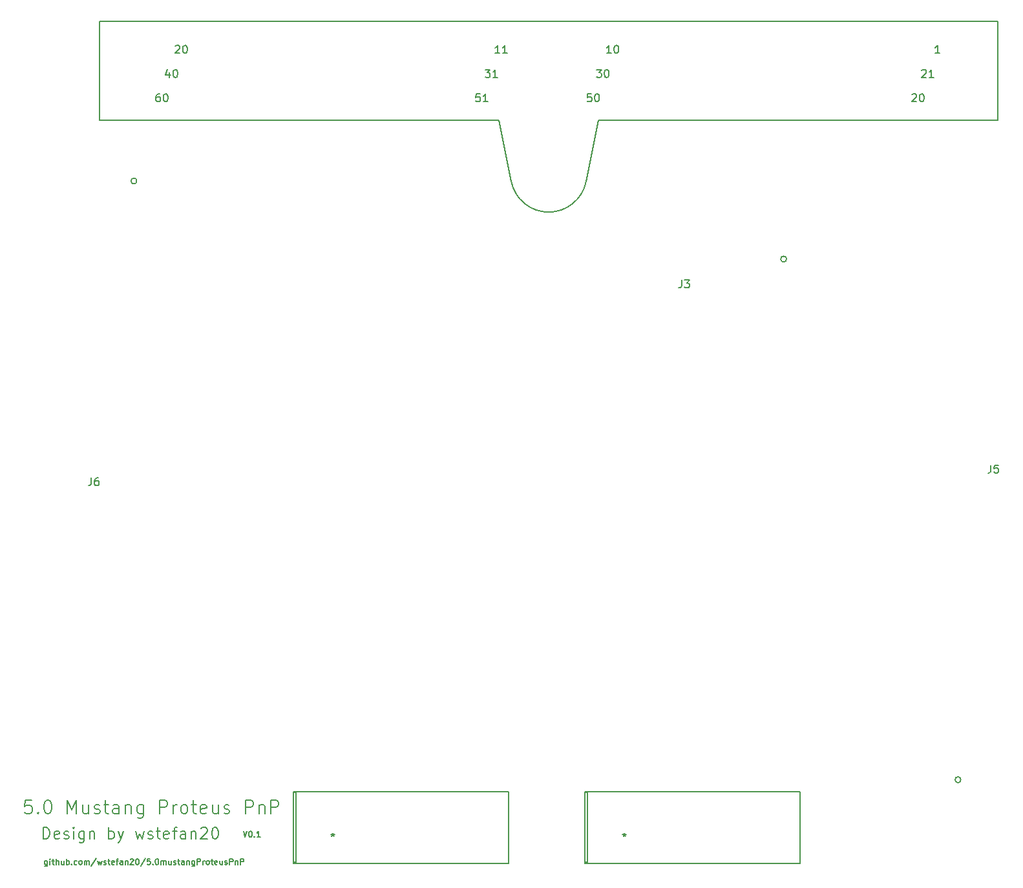
<source format=gto>
G04 #@! TF.GenerationSoftware,KiCad,Pcbnew,(5.1.8)-1*
G04 #@! TF.CreationDate,2021-01-08T09:55:17-06:00*
G04 #@! TF.ProjectId,5.0mustangProteusPnP,352e306d-7573-4746-916e-6750726f7465,R0.1*
G04 #@! TF.SameCoordinates,Original*
G04 #@! TF.FileFunction,Legend,Top*
G04 #@! TF.FilePolarity,Positive*
%FSLAX46Y46*%
G04 Gerber Fmt 4.6, Leading zero omitted, Abs format (unit mm)*
G04 Created by KiCad (PCBNEW (5.1.8)-1) date 2021-01-08 09:55:17*
%MOMM*%
%LPD*%
G01*
G04 APERTURE LIST*
%ADD10C,0.130000*%
%ADD11C,0.152400*%
%ADD12C,0.127000*%
%ADD13C,0.150000*%
G04 APERTURE END LIST*
D10*
X98391006Y-164421066D02*
X97557673Y-164421066D01*
X97474339Y-165254400D01*
X97557673Y-165171066D01*
X97724339Y-165087733D01*
X98141006Y-165087733D01*
X98307673Y-165171066D01*
X98391006Y-165254400D01*
X98474339Y-165421066D01*
X98474339Y-165837733D01*
X98391006Y-166004400D01*
X98307673Y-166087733D01*
X98141006Y-166171066D01*
X97724339Y-166171066D01*
X97557673Y-166087733D01*
X97474339Y-166004400D01*
X99224339Y-166004400D02*
X99307673Y-166087733D01*
X99224339Y-166171066D01*
X99141006Y-166087733D01*
X99224339Y-166004400D01*
X99224339Y-166171066D01*
X100391006Y-164421066D02*
X100557673Y-164421066D01*
X100724339Y-164504400D01*
X100807673Y-164587733D01*
X100891006Y-164754400D01*
X100974339Y-165087733D01*
X100974339Y-165504400D01*
X100891006Y-165837733D01*
X100807673Y-166004400D01*
X100724339Y-166087733D01*
X100557673Y-166171066D01*
X100391006Y-166171066D01*
X100224339Y-166087733D01*
X100141006Y-166004400D01*
X100057673Y-165837733D01*
X99974339Y-165504400D01*
X99974339Y-165087733D01*
X100057673Y-164754400D01*
X100141006Y-164587733D01*
X100224339Y-164504400D01*
X100391006Y-164421066D01*
X103057673Y-166171066D02*
X103057673Y-164421066D01*
X103641006Y-165671066D01*
X104224339Y-164421066D01*
X104224339Y-166171066D01*
X105807673Y-165004400D02*
X105807673Y-166171066D01*
X105057673Y-165004400D02*
X105057673Y-165921066D01*
X105141006Y-166087733D01*
X105307673Y-166171066D01*
X105557673Y-166171066D01*
X105724339Y-166087733D01*
X105807673Y-166004400D01*
X106557673Y-166087733D02*
X106724339Y-166171066D01*
X107057673Y-166171066D01*
X107224339Y-166087733D01*
X107307673Y-165921066D01*
X107307673Y-165837733D01*
X107224339Y-165671066D01*
X107057673Y-165587733D01*
X106807673Y-165587733D01*
X106641006Y-165504400D01*
X106557673Y-165337733D01*
X106557673Y-165254400D01*
X106641006Y-165087733D01*
X106807673Y-165004400D01*
X107057673Y-165004400D01*
X107224339Y-165087733D01*
X107807673Y-165004400D02*
X108474339Y-165004400D01*
X108057673Y-164421066D02*
X108057673Y-165921066D01*
X108141006Y-166087733D01*
X108307673Y-166171066D01*
X108474339Y-166171066D01*
X109807673Y-166171066D02*
X109807673Y-165254400D01*
X109724339Y-165087733D01*
X109557673Y-165004400D01*
X109224339Y-165004400D01*
X109057673Y-165087733D01*
X109807673Y-166087733D02*
X109641006Y-166171066D01*
X109224339Y-166171066D01*
X109057673Y-166087733D01*
X108974339Y-165921066D01*
X108974339Y-165754400D01*
X109057673Y-165587733D01*
X109224339Y-165504400D01*
X109641006Y-165504400D01*
X109807673Y-165421066D01*
X110641006Y-165004400D02*
X110641006Y-166171066D01*
X110641006Y-165171066D02*
X110724339Y-165087733D01*
X110891006Y-165004400D01*
X111141006Y-165004400D01*
X111307673Y-165087733D01*
X111391006Y-165254400D01*
X111391006Y-166171066D01*
X112974339Y-165004400D02*
X112974339Y-166421066D01*
X112891006Y-166587733D01*
X112807673Y-166671066D01*
X112641006Y-166754400D01*
X112391006Y-166754400D01*
X112224339Y-166671066D01*
X112974339Y-166087733D02*
X112807673Y-166171066D01*
X112474339Y-166171066D01*
X112307673Y-166087733D01*
X112224339Y-166004400D01*
X112141006Y-165837733D01*
X112141006Y-165337733D01*
X112224339Y-165171066D01*
X112307673Y-165087733D01*
X112474339Y-165004400D01*
X112807673Y-165004400D01*
X112974339Y-165087733D01*
X115141006Y-166171066D02*
X115141006Y-164421066D01*
X115807673Y-164421066D01*
X115974340Y-164504400D01*
X116057673Y-164587733D01*
X116141006Y-164754400D01*
X116141006Y-165004400D01*
X116057673Y-165171066D01*
X115974340Y-165254400D01*
X115807673Y-165337733D01*
X115141006Y-165337733D01*
X116891006Y-166171066D02*
X116891006Y-165004400D01*
X116891006Y-165337733D02*
X116974340Y-165171066D01*
X117057673Y-165087733D01*
X117224340Y-165004400D01*
X117391006Y-165004400D01*
X118224340Y-166171066D02*
X118057673Y-166087733D01*
X117974340Y-166004400D01*
X117891006Y-165837733D01*
X117891006Y-165337733D01*
X117974340Y-165171066D01*
X118057673Y-165087733D01*
X118224340Y-165004400D01*
X118474340Y-165004400D01*
X118641006Y-165087733D01*
X118724340Y-165171066D01*
X118807673Y-165337733D01*
X118807673Y-165837733D01*
X118724340Y-166004400D01*
X118641006Y-166087733D01*
X118474340Y-166171066D01*
X118224340Y-166171066D01*
X119307673Y-165004400D02*
X119974339Y-165004400D01*
X119557673Y-164421066D02*
X119557673Y-165921066D01*
X119641006Y-166087733D01*
X119807673Y-166171066D01*
X119974339Y-166171066D01*
X121224339Y-166087733D02*
X121057673Y-166171066D01*
X120724339Y-166171066D01*
X120557673Y-166087733D01*
X120474339Y-165921066D01*
X120474339Y-165254400D01*
X120557673Y-165087733D01*
X120724339Y-165004400D01*
X121057673Y-165004400D01*
X121224339Y-165087733D01*
X121307673Y-165254400D01*
X121307673Y-165421066D01*
X120474339Y-165587733D01*
X122807673Y-165004400D02*
X122807673Y-166171066D01*
X122057673Y-165004400D02*
X122057673Y-165921066D01*
X122141006Y-166087733D01*
X122307673Y-166171066D01*
X122557673Y-166171066D01*
X122724339Y-166087733D01*
X122807673Y-166004400D01*
X123557673Y-166087733D02*
X123724339Y-166171066D01*
X124057673Y-166171066D01*
X124224339Y-166087733D01*
X124307673Y-165921066D01*
X124307673Y-165837733D01*
X124224339Y-165671066D01*
X124057673Y-165587733D01*
X123807673Y-165587733D01*
X123641006Y-165504400D01*
X123557673Y-165337733D01*
X123557673Y-165254400D01*
X123641006Y-165087733D01*
X123807673Y-165004400D01*
X124057673Y-165004400D01*
X124224339Y-165087733D01*
X126391006Y-166171066D02*
X126391006Y-164421066D01*
X127057673Y-164421066D01*
X127224339Y-164504400D01*
X127307673Y-164587733D01*
X127391006Y-164754400D01*
X127391006Y-165004400D01*
X127307673Y-165171066D01*
X127224339Y-165254400D01*
X127057673Y-165337733D01*
X126391006Y-165337733D01*
X128141006Y-165004400D02*
X128141006Y-166171066D01*
X128141006Y-165171066D02*
X128224339Y-165087733D01*
X128391006Y-165004400D01*
X128641006Y-165004400D01*
X128807673Y-165087733D01*
X128891006Y-165254400D01*
X128891006Y-166171066D01*
X129724339Y-166171066D02*
X129724339Y-164421066D01*
X130391006Y-164421066D01*
X130557673Y-164504400D01*
X130641006Y-164587733D01*
X130724339Y-164754400D01*
X130724339Y-165004400D01*
X130641006Y-165171066D01*
X130557673Y-165254400D01*
X130391006Y-165337733D01*
X129724339Y-165337733D01*
X126095902Y-168461185D02*
X126345902Y-169211185D01*
X126595902Y-168461185D01*
X126988760Y-168461185D02*
X127060188Y-168461185D01*
X127131617Y-168496900D01*
X127167331Y-168532614D01*
X127203045Y-168604042D01*
X127238760Y-168746900D01*
X127238760Y-168925471D01*
X127203045Y-169068328D01*
X127167331Y-169139757D01*
X127131617Y-169175471D01*
X127060188Y-169211185D01*
X126988760Y-169211185D01*
X126917331Y-169175471D01*
X126881617Y-169139757D01*
X126845902Y-169068328D01*
X126810188Y-168925471D01*
X126810188Y-168746900D01*
X126845902Y-168604042D01*
X126881617Y-168532614D01*
X126917331Y-168496900D01*
X126988760Y-168461185D01*
X127560188Y-169139757D02*
X127595902Y-169175471D01*
X127560188Y-169211185D01*
X127524474Y-169175471D01*
X127560188Y-169139757D01*
X127560188Y-169211185D01*
X128310188Y-169211185D02*
X127881617Y-169211185D01*
X128095902Y-169211185D02*
X128095902Y-168461185D01*
X128024474Y-168568328D01*
X127953045Y-168639757D01*
X127881617Y-168675471D01*
X100419931Y-172312905D02*
X100419931Y-172920048D01*
X100384217Y-172991477D01*
X100348502Y-173027191D01*
X100277074Y-173062905D01*
X100169931Y-173062905D01*
X100098502Y-173027191D01*
X100419931Y-172777191D02*
X100348502Y-172812905D01*
X100205645Y-172812905D01*
X100134217Y-172777191D01*
X100098502Y-172741477D01*
X100062788Y-172670048D01*
X100062788Y-172455762D01*
X100098502Y-172384334D01*
X100134217Y-172348620D01*
X100205645Y-172312905D01*
X100348502Y-172312905D01*
X100419931Y-172348620D01*
X100777074Y-172812905D02*
X100777074Y-172312905D01*
X100777074Y-172062905D02*
X100741360Y-172098620D01*
X100777074Y-172134334D01*
X100812788Y-172098620D01*
X100777074Y-172062905D01*
X100777074Y-172134334D01*
X101027074Y-172312905D02*
X101312788Y-172312905D01*
X101134217Y-172062905D02*
X101134217Y-172705762D01*
X101169931Y-172777191D01*
X101241360Y-172812905D01*
X101312788Y-172812905D01*
X101562788Y-172812905D02*
X101562788Y-172062905D01*
X101884217Y-172812905D02*
X101884217Y-172420048D01*
X101848502Y-172348620D01*
X101777074Y-172312905D01*
X101669931Y-172312905D01*
X101598502Y-172348620D01*
X101562788Y-172384334D01*
X102562788Y-172312905D02*
X102562788Y-172812905D01*
X102241360Y-172312905D02*
X102241360Y-172705762D01*
X102277074Y-172777191D01*
X102348502Y-172812905D01*
X102455645Y-172812905D01*
X102527074Y-172777191D01*
X102562788Y-172741477D01*
X102919931Y-172812905D02*
X102919931Y-172062905D01*
X102919931Y-172348620D02*
X102991360Y-172312905D01*
X103134217Y-172312905D01*
X103205645Y-172348620D01*
X103241360Y-172384334D01*
X103277074Y-172455762D01*
X103277074Y-172670048D01*
X103241360Y-172741477D01*
X103205645Y-172777191D01*
X103134217Y-172812905D01*
X102991360Y-172812905D01*
X102919931Y-172777191D01*
X103598502Y-172741477D02*
X103634217Y-172777191D01*
X103598502Y-172812905D01*
X103562788Y-172777191D01*
X103598502Y-172741477D01*
X103598502Y-172812905D01*
X104277074Y-172777191D02*
X104205645Y-172812905D01*
X104062788Y-172812905D01*
X103991360Y-172777191D01*
X103955645Y-172741477D01*
X103919931Y-172670048D01*
X103919931Y-172455762D01*
X103955645Y-172384334D01*
X103991360Y-172348620D01*
X104062788Y-172312905D01*
X104205645Y-172312905D01*
X104277074Y-172348620D01*
X104705645Y-172812905D02*
X104634217Y-172777191D01*
X104598502Y-172741477D01*
X104562788Y-172670048D01*
X104562788Y-172455762D01*
X104598502Y-172384334D01*
X104634217Y-172348620D01*
X104705645Y-172312905D01*
X104812788Y-172312905D01*
X104884217Y-172348620D01*
X104919931Y-172384334D01*
X104955645Y-172455762D01*
X104955645Y-172670048D01*
X104919931Y-172741477D01*
X104884217Y-172777191D01*
X104812788Y-172812905D01*
X104705645Y-172812905D01*
X105277074Y-172812905D02*
X105277074Y-172312905D01*
X105277074Y-172384334D02*
X105312788Y-172348620D01*
X105384217Y-172312905D01*
X105491360Y-172312905D01*
X105562788Y-172348620D01*
X105598502Y-172420048D01*
X105598502Y-172812905D01*
X105598502Y-172420048D02*
X105634217Y-172348620D01*
X105705645Y-172312905D01*
X105812788Y-172312905D01*
X105884217Y-172348620D01*
X105919931Y-172420048D01*
X105919931Y-172812905D01*
X106812788Y-172027191D02*
X106169931Y-172991477D01*
X106991360Y-172312905D02*
X107134217Y-172812905D01*
X107277074Y-172455762D01*
X107419931Y-172812905D01*
X107562788Y-172312905D01*
X107812788Y-172777191D02*
X107884217Y-172812905D01*
X108027074Y-172812905D01*
X108098502Y-172777191D01*
X108134217Y-172705762D01*
X108134217Y-172670048D01*
X108098502Y-172598620D01*
X108027074Y-172562905D01*
X107919931Y-172562905D01*
X107848502Y-172527191D01*
X107812788Y-172455762D01*
X107812788Y-172420048D01*
X107848502Y-172348620D01*
X107919931Y-172312905D01*
X108027074Y-172312905D01*
X108098502Y-172348620D01*
X108348502Y-172312905D02*
X108634217Y-172312905D01*
X108455645Y-172062905D02*
X108455645Y-172705762D01*
X108491360Y-172777191D01*
X108562788Y-172812905D01*
X108634217Y-172812905D01*
X109169931Y-172777191D02*
X109098502Y-172812905D01*
X108955645Y-172812905D01*
X108884217Y-172777191D01*
X108848502Y-172705762D01*
X108848502Y-172420048D01*
X108884217Y-172348620D01*
X108955645Y-172312905D01*
X109098502Y-172312905D01*
X109169931Y-172348620D01*
X109205645Y-172420048D01*
X109205645Y-172491477D01*
X108848502Y-172562905D01*
X109419931Y-172312905D02*
X109705645Y-172312905D01*
X109527074Y-172812905D02*
X109527074Y-172170048D01*
X109562788Y-172098620D01*
X109634217Y-172062905D01*
X109705645Y-172062905D01*
X110277074Y-172812905D02*
X110277074Y-172420048D01*
X110241360Y-172348620D01*
X110169931Y-172312905D01*
X110027074Y-172312905D01*
X109955645Y-172348620D01*
X110277074Y-172777191D02*
X110205645Y-172812905D01*
X110027074Y-172812905D01*
X109955645Y-172777191D01*
X109919931Y-172705762D01*
X109919931Y-172634334D01*
X109955645Y-172562905D01*
X110027074Y-172527191D01*
X110205645Y-172527191D01*
X110277074Y-172491477D01*
X110634217Y-172312905D02*
X110634217Y-172812905D01*
X110634217Y-172384334D02*
X110669931Y-172348620D01*
X110741360Y-172312905D01*
X110848502Y-172312905D01*
X110919931Y-172348620D01*
X110955645Y-172420048D01*
X110955645Y-172812905D01*
X111277074Y-172134334D02*
X111312788Y-172098620D01*
X111384217Y-172062905D01*
X111562788Y-172062905D01*
X111634217Y-172098620D01*
X111669931Y-172134334D01*
X111705645Y-172205762D01*
X111705645Y-172277191D01*
X111669931Y-172384334D01*
X111241360Y-172812905D01*
X111705645Y-172812905D01*
X112169931Y-172062905D02*
X112241360Y-172062905D01*
X112312788Y-172098620D01*
X112348502Y-172134334D01*
X112384217Y-172205762D01*
X112419931Y-172348620D01*
X112419931Y-172527191D01*
X112384217Y-172670048D01*
X112348502Y-172741477D01*
X112312788Y-172777191D01*
X112241360Y-172812905D01*
X112169931Y-172812905D01*
X112098502Y-172777191D01*
X112062788Y-172741477D01*
X112027074Y-172670048D01*
X111991360Y-172527191D01*
X111991360Y-172348620D01*
X112027074Y-172205762D01*
X112062788Y-172134334D01*
X112098502Y-172098620D01*
X112169931Y-172062905D01*
X113277074Y-172027191D02*
X112634217Y-172991477D01*
X113884217Y-172062905D02*
X113527074Y-172062905D01*
X113491360Y-172420048D01*
X113527074Y-172384334D01*
X113598502Y-172348620D01*
X113777074Y-172348620D01*
X113848502Y-172384334D01*
X113884217Y-172420048D01*
X113919931Y-172491477D01*
X113919931Y-172670048D01*
X113884217Y-172741477D01*
X113848502Y-172777191D01*
X113777074Y-172812905D01*
X113598502Y-172812905D01*
X113527074Y-172777191D01*
X113491360Y-172741477D01*
X114241360Y-172741477D02*
X114277074Y-172777191D01*
X114241360Y-172812905D01*
X114205645Y-172777191D01*
X114241360Y-172741477D01*
X114241360Y-172812905D01*
X114741360Y-172062905D02*
X114812788Y-172062905D01*
X114884217Y-172098620D01*
X114919931Y-172134334D01*
X114955645Y-172205762D01*
X114991360Y-172348620D01*
X114991360Y-172527191D01*
X114955645Y-172670048D01*
X114919931Y-172741477D01*
X114884217Y-172777191D01*
X114812788Y-172812905D01*
X114741360Y-172812905D01*
X114669931Y-172777191D01*
X114634217Y-172741477D01*
X114598502Y-172670048D01*
X114562788Y-172527191D01*
X114562788Y-172348620D01*
X114598502Y-172205762D01*
X114634217Y-172134334D01*
X114669931Y-172098620D01*
X114741360Y-172062905D01*
X115312788Y-172812905D02*
X115312788Y-172312905D01*
X115312788Y-172384334D02*
X115348502Y-172348620D01*
X115419931Y-172312905D01*
X115527074Y-172312905D01*
X115598502Y-172348620D01*
X115634217Y-172420048D01*
X115634217Y-172812905D01*
X115634217Y-172420048D02*
X115669931Y-172348620D01*
X115741360Y-172312905D01*
X115848502Y-172312905D01*
X115919931Y-172348620D01*
X115955645Y-172420048D01*
X115955645Y-172812905D01*
X116634217Y-172312905D02*
X116634217Y-172812905D01*
X116312788Y-172312905D02*
X116312788Y-172705762D01*
X116348502Y-172777191D01*
X116419931Y-172812905D01*
X116527074Y-172812905D01*
X116598502Y-172777191D01*
X116634217Y-172741477D01*
X116955645Y-172777191D02*
X117027074Y-172812905D01*
X117169931Y-172812905D01*
X117241360Y-172777191D01*
X117277074Y-172705762D01*
X117277074Y-172670048D01*
X117241360Y-172598620D01*
X117169931Y-172562905D01*
X117062788Y-172562905D01*
X116991360Y-172527191D01*
X116955645Y-172455762D01*
X116955645Y-172420048D01*
X116991360Y-172348620D01*
X117062788Y-172312905D01*
X117169931Y-172312905D01*
X117241360Y-172348620D01*
X117491360Y-172312905D02*
X117777074Y-172312905D01*
X117598502Y-172062905D02*
X117598502Y-172705762D01*
X117634217Y-172777191D01*
X117705645Y-172812905D01*
X117777074Y-172812905D01*
X118348502Y-172812905D02*
X118348502Y-172420048D01*
X118312788Y-172348620D01*
X118241360Y-172312905D01*
X118098502Y-172312905D01*
X118027074Y-172348620D01*
X118348502Y-172777191D02*
X118277074Y-172812905D01*
X118098502Y-172812905D01*
X118027074Y-172777191D01*
X117991360Y-172705762D01*
X117991360Y-172634334D01*
X118027074Y-172562905D01*
X118098502Y-172527191D01*
X118277074Y-172527191D01*
X118348502Y-172491477D01*
X118705645Y-172312905D02*
X118705645Y-172812905D01*
X118705645Y-172384334D02*
X118741360Y-172348620D01*
X118812788Y-172312905D01*
X118919931Y-172312905D01*
X118991360Y-172348620D01*
X119027074Y-172420048D01*
X119027074Y-172812905D01*
X119705645Y-172312905D02*
X119705645Y-172920048D01*
X119669931Y-172991477D01*
X119634217Y-173027191D01*
X119562788Y-173062905D01*
X119455645Y-173062905D01*
X119384217Y-173027191D01*
X119705645Y-172777191D02*
X119634217Y-172812905D01*
X119491360Y-172812905D01*
X119419931Y-172777191D01*
X119384217Y-172741477D01*
X119348502Y-172670048D01*
X119348502Y-172455762D01*
X119384217Y-172384334D01*
X119419931Y-172348620D01*
X119491360Y-172312905D01*
X119634217Y-172312905D01*
X119705645Y-172348620D01*
X120062788Y-172812905D02*
X120062788Y-172062905D01*
X120348502Y-172062905D01*
X120419931Y-172098620D01*
X120455645Y-172134334D01*
X120491360Y-172205762D01*
X120491360Y-172312905D01*
X120455645Y-172384334D01*
X120419931Y-172420048D01*
X120348502Y-172455762D01*
X120062788Y-172455762D01*
X120812788Y-172812905D02*
X120812788Y-172312905D01*
X120812788Y-172455762D02*
X120848502Y-172384334D01*
X120884217Y-172348620D01*
X120955645Y-172312905D01*
X121027074Y-172312905D01*
X121384217Y-172812905D02*
X121312788Y-172777191D01*
X121277074Y-172741477D01*
X121241360Y-172670048D01*
X121241360Y-172455762D01*
X121277074Y-172384334D01*
X121312788Y-172348620D01*
X121384217Y-172312905D01*
X121491360Y-172312905D01*
X121562788Y-172348620D01*
X121598502Y-172384334D01*
X121634217Y-172455762D01*
X121634217Y-172670048D01*
X121598502Y-172741477D01*
X121562788Y-172777191D01*
X121491360Y-172812905D01*
X121384217Y-172812905D01*
X121848502Y-172312905D02*
X122134217Y-172312905D01*
X121955645Y-172062905D02*
X121955645Y-172705762D01*
X121991360Y-172777191D01*
X122062788Y-172812905D01*
X122134217Y-172812905D01*
X122669931Y-172777191D02*
X122598502Y-172812905D01*
X122455645Y-172812905D01*
X122384217Y-172777191D01*
X122348502Y-172705762D01*
X122348502Y-172420048D01*
X122384217Y-172348620D01*
X122455645Y-172312905D01*
X122598502Y-172312905D01*
X122669931Y-172348620D01*
X122705645Y-172420048D01*
X122705645Y-172491477D01*
X122348502Y-172562905D01*
X123348502Y-172312905D02*
X123348502Y-172812905D01*
X123027074Y-172312905D02*
X123027074Y-172705762D01*
X123062788Y-172777191D01*
X123134217Y-172812905D01*
X123241360Y-172812905D01*
X123312788Y-172777191D01*
X123348502Y-172741477D01*
X123669931Y-172777191D02*
X123741360Y-172812905D01*
X123884217Y-172812905D01*
X123955645Y-172777191D01*
X123991360Y-172705762D01*
X123991360Y-172670048D01*
X123955645Y-172598620D01*
X123884217Y-172562905D01*
X123777074Y-172562905D01*
X123705645Y-172527191D01*
X123669931Y-172455762D01*
X123669931Y-172420048D01*
X123705645Y-172348620D01*
X123777074Y-172312905D01*
X123884217Y-172312905D01*
X123955645Y-172348620D01*
X124312788Y-172812905D02*
X124312788Y-172062905D01*
X124598502Y-172062905D01*
X124669931Y-172098620D01*
X124705645Y-172134334D01*
X124741360Y-172205762D01*
X124741360Y-172312905D01*
X124705645Y-172384334D01*
X124669931Y-172420048D01*
X124598502Y-172455762D01*
X124312788Y-172455762D01*
X125062788Y-172312905D02*
X125062788Y-172812905D01*
X125062788Y-172384334D02*
X125098502Y-172348620D01*
X125169931Y-172312905D01*
X125277074Y-172312905D01*
X125348502Y-172348620D01*
X125384217Y-172420048D01*
X125384217Y-172812905D01*
X125741360Y-172812905D02*
X125741360Y-172062905D01*
X126027074Y-172062905D01*
X126098502Y-172098620D01*
X126134217Y-172134334D01*
X126169931Y-172205762D01*
X126169931Y-172312905D01*
X126134217Y-172384334D01*
X126098502Y-172420048D01*
X126027074Y-172455762D01*
X125741360Y-172455762D01*
X99892008Y-169464111D02*
X99892008Y-167964111D01*
X100249151Y-167964111D01*
X100463437Y-168035540D01*
X100606294Y-168178397D01*
X100677722Y-168321254D01*
X100749151Y-168606968D01*
X100749151Y-168821254D01*
X100677722Y-169106968D01*
X100606294Y-169249825D01*
X100463437Y-169392682D01*
X100249151Y-169464111D01*
X99892008Y-169464111D01*
X101963437Y-169392682D02*
X101820580Y-169464111D01*
X101534865Y-169464111D01*
X101392008Y-169392682D01*
X101320580Y-169249825D01*
X101320580Y-168678397D01*
X101392008Y-168535540D01*
X101534865Y-168464111D01*
X101820580Y-168464111D01*
X101963437Y-168535540D01*
X102034865Y-168678397D01*
X102034865Y-168821254D01*
X101320580Y-168964111D01*
X102606294Y-169392682D02*
X102749151Y-169464111D01*
X103034865Y-169464111D01*
X103177722Y-169392682D01*
X103249151Y-169249825D01*
X103249151Y-169178397D01*
X103177722Y-169035540D01*
X103034865Y-168964111D01*
X102820580Y-168964111D01*
X102677722Y-168892682D01*
X102606294Y-168749825D01*
X102606294Y-168678397D01*
X102677722Y-168535540D01*
X102820580Y-168464111D01*
X103034865Y-168464111D01*
X103177722Y-168535540D01*
X103892008Y-169464111D02*
X103892008Y-168464111D01*
X103892008Y-167964111D02*
X103820580Y-168035540D01*
X103892008Y-168106968D01*
X103963437Y-168035540D01*
X103892008Y-167964111D01*
X103892008Y-168106968D01*
X105249151Y-168464111D02*
X105249151Y-169678397D01*
X105177722Y-169821254D01*
X105106294Y-169892682D01*
X104963437Y-169964111D01*
X104749151Y-169964111D01*
X104606294Y-169892682D01*
X105249151Y-169392682D02*
X105106294Y-169464111D01*
X104820580Y-169464111D01*
X104677722Y-169392682D01*
X104606294Y-169321254D01*
X104534865Y-169178397D01*
X104534865Y-168749825D01*
X104606294Y-168606968D01*
X104677722Y-168535540D01*
X104820580Y-168464111D01*
X105106294Y-168464111D01*
X105249151Y-168535540D01*
X105963437Y-168464111D02*
X105963437Y-169464111D01*
X105963437Y-168606968D02*
X106034865Y-168535540D01*
X106177722Y-168464111D01*
X106392008Y-168464111D01*
X106534865Y-168535540D01*
X106606294Y-168678397D01*
X106606294Y-169464111D01*
X108463437Y-169464111D02*
X108463437Y-167964111D01*
X108463437Y-168535540D02*
X108606294Y-168464111D01*
X108892008Y-168464111D01*
X109034865Y-168535540D01*
X109106294Y-168606968D01*
X109177722Y-168749825D01*
X109177722Y-169178397D01*
X109106294Y-169321254D01*
X109034865Y-169392682D01*
X108892008Y-169464111D01*
X108606294Y-169464111D01*
X108463437Y-169392682D01*
X109677722Y-168464111D02*
X110034865Y-169464111D01*
X110392008Y-168464111D02*
X110034865Y-169464111D01*
X109892008Y-169821254D01*
X109820580Y-169892682D01*
X109677722Y-169964111D01*
X111963437Y-168464111D02*
X112249151Y-169464111D01*
X112534865Y-168749825D01*
X112820580Y-169464111D01*
X113106294Y-168464111D01*
X113606294Y-169392682D02*
X113749151Y-169464111D01*
X114034865Y-169464111D01*
X114177722Y-169392682D01*
X114249151Y-169249825D01*
X114249151Y-169178397D01*
X114177722Y-169035540D01*
X114034865Y-168964111D01*
X113820580Y-168964111D01*
X113677722Y-168892682D01*
X113606294Y-168749825D01*
X113606294Y-168678397D01*
X113677722Y-168535540D01*
X113820580Y-168464111D01*
X114034865Y-168464111D01*
X114177722Y-168535540D01*
X114677722Y-168464111D02*
X115249151Y-168464111D01*
X114892008Y-167964111D02*
X114892008Y-169249825D01*
X114963437Y-169392682D01*
X115106294Y-169464111D01*
X115249151Y-169464111D01*
X116320580Y-169392682D02*
X116177722Y-169464111D01*
X115892008Y-169464111D01*
X115749151Y-169392682D01*
X115677722Y-169249825D01*
X115677722Y-168678397D01*
X115749151Y-168535540D01*
X115892008Y-168464111D01*
X116177722Y-168464111D01*
X116320580Y-168535540D01*
X116392008Y-168678397D01*
X116392008Y-168821254D01*
X115677722Y-168964111D01*
X116820580Y-168464111D02*
X117392008Y-168464111D01*
X117034865Y-169464111D02*
X117034865Y-168178397D01*
X117106294Y-168035540D01*
X117249151Y-167964111D01*
X117392008Y-167964111D01*
X118534865Y-169464111D02*
X118534865Y-168678397D01*
X118463437Y-168535540D01*
X118320580Y-168464111D01*
X118034865Y-168464111D01*
X117892008Y-168535540D01*
X118534865Y-169392682D02*
X118392008Y-169464111D01*
X118034865Y-169464111D01*
X117892008Y-169392682D01*
X117820580Y-169249825D01*
X117820580Y-169106968D01*
X117892008Y-168964111D01*
X118034865Y-168892682D01*
X118392008Y-168892682D01*
X118534865Y-168821254D01*
X119249151Y-168464111D02*
X119249151Y-169464111D01*
X119249151Y-168606968D02*
X119320580Y-168535540D01*
X119463437Y-168464111D01*
X119677722Y-168464111D01*
X119820580Y-168535540D01*
X119892008Y-168678397D01*
X119892008Y-169464111D01*
X120534865Y-168106968D02*
X120606294Y-168035540D01*
X120749151Y-167964111D01*
X121106294Y-167964111D01*
X121249151Y-168035540D01*
X121320580Y-168106968D01*
X121392008Y-168249825D01*
X121392008Y-168392682D01*
X121320580Y-168606968D01*
X120463437Y-169464111D01*
X121392008Y-169464111D01*
X122320580Y-167964111D02*
X122463437Y-167964111D01*
X122606294Y-168035540D01*
X122677722Y-168106968D01*
X122749151Y-168249825D01*
X122820580Y-168535540D01*
X122820580Y-168892682D01*
X122749151Y-169178397D01*
X122677722Y-169321254D01*
X122606294Y-169392682D01*
X122463437Y-169464111D01*
X122320580Y-169464111D01*
X122177722Y-169392682D01*
X122106294Y-169321254D01*
X122034865Y-169178397D01*
X121963437Y-168892682D01*
X121963437Y-168535540D01*
X122034865Y-168249825D01*
X122106294Y-168106968D01*
X122177722Y-168035540D01*
X122320580Y-167964111D01*
X183511613Y-96265879D02*
X183511613Y-96991593D01*
X183463232Y-97136736D01*
X183366470Y-97233498D01*
X183221327Y-97281879D01*
X183124565Y-97281879D01*
X183898660Y-96265879D02*
X184527613Y-96265879D01*
X184188946Y-96652926D01*
X184334089Y-96652926D01*
X184430851Y-96701307D01*
X184479232Y-96749688D01*
X184527613Y-96846450D01*
X184527613Y-97088355D01*
X184479232Y-97185117D01*
X184430851Y-97233498D01*
X184334089Y-97281879D01*
X184043803Y-97281879D01*
X183947041Y-97233498D01*
X183898660Y-97185117D01*
X106163533Y-122143399D02*
X106163533Y-122869113D01*
X106115152Y-123014256D01*
X106018390Y-123111018D01*
X105873247Y-123159399D01*
X105776485Y-123159399D01*
X107082771Y-122143399D02*
X106889247Y-122143399D01*
X106792485Y-122191780D01*
X106744104Y-122240160D01*
X106647342Y-122385303D01*
X106598961Y-122578827D01*
X106598961Y-122965875D01*
X106647342Y-123062637D01*
X106695723Y-123111018D01*
X106792485Y-123159399D01*
X106986009Y-123159399D01*
X107082771Y-123111018D01*
X107131152Y-123062637D01*
X107179533Y-122965875D01*
X107179533Y-122723970D01*
X107131152Y-122627208D01*
X107082771Y-122578827D01*
X106986009Y-122530446D01*
X106792485Y-122530446D01*
X106695723Y-122578827D01*
X106647342Y-122627208D01*
X106598961Y-122723970D01*
X224022073Y-120487319D02*
X224022073Y-121213033D01*
X223973692Y-121358176D01*
X223876930Y-121454938D01*
X223731787Y-121503319D01*
X223635025Y-121503319D01*
X224989692Y-120487319D02*
X224505882Y-120487319D01*
X224457501Y-120971128D01*
X224505882Y-120922747D01*
X224602644Y-120874366D01*
X224844549Y-120874366D01*
X224941311Y-120922747D01*
X224989692Y-120971128D01*
X225038073Y-121067890D01*
X225038073Y-121309795D01*
X224989692Y-121406557D01*
X224941311Y-121454938D01*
X224844549Y-121503319D01*
X224602644Y-121503319D01*
X224505882Y-121454938D01*
X224457501Y-121406557D01*
X115140014Y-71859019D02*
X114946490Y-71859019D01*
X114849728Y-71907400D01*
X114801347Y-71955780D01*
X114704585Y-72100923D01*
X114656204Y-72294447D01*
X114656204Y-72681495D01*
X114704585Y-72778257D01*
X114752966Y-72826638D01*
X114849728Y-72875019D01*
X115043252Y-72875019D01*
X115140014Y-72826638D01*
X115188395Y-72778257D01*
X115236776Y-72681495D01*
X115236776Y-72439590D01*
X115188395Y-72342828D01*
X115140014Y-72294447D01*
X115043252Y-72246066D01*
X114849728Y-72246066D01*
X114752966Y-72294447D01*
X114704585Y-72342828D01*
X114656204Y-72439590D01*
X115865728Y-71859019D02*
X115962490Y-71859019D01*
X116059252Y-71907400D01*
X116107633Y-71955780D01*
X116156014Y-72052542D01*
X116204395Y-72246066D01*
X116204395Y-72487971D01*
X116156014Y-72681495D01*
X116107633Y-72778257D01*
X116059252Y-72826638D01*
X115962490Y-72875019D01*
X115865728Y-72875019D01*
X115768966Y-72826638D01*
X115720585Y-72778257D01*
X115672204Y-72681495D01*
X115623823Y-72487971D01*
X115623823Y-72246066D01*
X115672204Y-72052542D01*
X115720585Y-71955780D01*
X115768966Y-71907400D01*
X115865728Y-71859019D01*
X172392823Y-68684019D02*
X173021776Y-68684019D01*
X172683109Y-69071066D01*
X172828252Y-69071066D01*
X172925014Y-69119447D01*
X172973395Y-69167828D01*
X173021776Y-69264590D01*
X173021776Y-69506495D01*
X172973395Y-69603257D01*
X172925014Y-69651638D01*
X172828252Y-69700019D01*
X172537966Y-69700019D01*
X172441204Y-69651638D01*
X172392823Y-69603257D01*
X173650728Y-68684019D02*
X173747490Y-68684019D01*
X173844252Y-68732400D01*
X173892633Y-68780780D01*
X173941014Y-68877542D01*
X173989395Y-69071066D01*
X173989395Y-69312971D01*
X173941014Y-69506495D01*
X173892633Y-69603257D01*
X173844252Y-69651638D01*
X173747490Y-69700019D01*
X173650728Y-69700019D01*
X173553966Y-69651638D01*
X173505585Y-69603257D01*
X173457204Y-69506495D01*
X173408823Y-69312971D01*
X173408823Y-69071066D01*
X173457204Y-68877542D01*
X173505585Y-68780780D01*
X173553966Y-68732400D01*
X173650728Y-68684019D01*
X217320585Y-66525019D02*
X216740014Y-66525019D01*
X217030300Y-66525019D02*
X217030300Y-65509019D01*
X216933538Y-65654161D01*
X216836776Y-65750923D01*
X216740014Y-65799304D01*
X214986204Y-68780780D02*
X215034585Y-68732400D01*
X215131347Y-68684019D01*
X215373252Y-68684019D01*
X215470014Y-68732400D01*
X215518395Y-68780780D01*
X215566776Y-68877542D01*
X215566776Y-68974304D01*
X215518395Y-69119447D01*
X214937823Y-69700019D01*
X215566776Y-69700019D01*
X216534395Y-69700019D02*
X215953823Y-69700019D01*
X216244109Y-69700019D02*
X216244109Y-68684019D01*
X216147347Y-68829161D01*
X216050585Y-68925923D01*
X215953823Y-68974304D01*
X174291776Y-66525019D02*
X173711204Y-66525019D01*
X174001490Y-66525019D02*
X174001490Y-65509019D01*
X173904728Y-65654161D01*
X173807966Y-65750923D01*
X173711204Y-65799304D01*
X174920728Y-65509019D02*
X175017490Y-65509019D01*
X175114252Y-65557400D01*
X175162633Y-65605780D01*
X175211014Y-65702542D01*
X175259395Y-65896066D01*
X175259395Y-66137971D01*
X175211014Y-66331495D01*
X175162633Y-66428257D01*
X175114252Y-66476638D01*
X175017490Y-66525019D01*
X174920728Y-66525019D01*
X174823966Y-66476638D01*
X174775585Y-66428257D01*
X174727204Y-66331495D01*
X174678823Y-66137971D01*
X174678823Y-65896066D01*
X174727204Y-65702542D01*
X174775585Y-65605780D01*
X174823966Y-65557400D01*
X174920728Y-65509019D01*
X171703395Y-71859019D02*
X171219585Y-71859019D01*
X171171204Y-72342828D01*
X171219585Y-72294447D01*
X171316347Y-72246066D01*
X171558252Y-72246066D01*
X171655014Y-72294447D01*
X171703395Y-72342828D01*
X171751776Y-72439590D01*
X171751776Y-72681495D01*
X171703395Y-72778257D01*
X171655014Y-72826638D01*
X171558252Y-72875019D01*
X171316347Y-72875019D01*
X171219585Y-72826638D01*
X171171204Y-72778257D01*
X172380728Y-71859019D02*
X172477490Y-71859019D01*
X172574252Y-71907400D01*
X172622633Y-71955780D01*
X172671014Y-72052542D01*
X172719395Y-72246066D01*
X172719395Y-72487971D01*
X172671014Y-72681495D01*
X172622633Y-72778257D01*
X172574252Y-72826638D01*
X172477490Y-72875019D01*
X172380728Y-72875019D01*
X172283966Y-72826638D01*
X172235585Y-72778257D01*
X172187204Y-72681495D01*
X172138823Y-72487971D01*
X172138823Y-72246066D01*
X172187204Y-72052542D01*
X172235585Y-71955780D01*
X172283966Y-71907400D01*
X172380728Y-71859019D01*
X159686776Y-66525019D02*
X159106204Y-66525019D01*
X159396490Y-66525019D02*
X159396490Y-65509019D01*
X159299728Y-65654161D01*
X159202966Y-65750923D01*
X159106204Y-65799304D01*
X160654395Y-66525019D02*
X160073823Y-66525019D01*
X160364109Y-66525019D02*
X160364109Y-65509019D01*
X160267347Y-65654161D01*
X160170585Y-65750923D01*
X160073823Y-65799304D01*
X157787823Y-68684019D02*
X158416776Y-68684019D01*
X158078109Y-69071066D01*
X158223252Y-69071066D01*
X158320014Y-69119447D01*
X158368395Y-69167828D01*
X158416776Y-69264590D01*
X158416776Y-69506495D01*
X158368395Y-69603257D01*
X158320014Y-69651638D01*
X158223252Y-69700019D01*
X157932966Y-69700019D01*
X157836204Y-69651638D01*
X157787823Y-69603257D01*
X159384395Y-69700019D02*
X158803823Y-69700019D01*
X159094109Y-69700019D02*
X159094109Y-68684019D01*
X158997347Y-68829161D01*
X158900585Y-68925923D01*
X158803823Y-68974304D01*
X117196204Y-65605780D02*
X117244585Y-65557400D01*
X117341347Y-65509019D01*
X117583252Y-65509019D01*
X117680014Y-65557400D01*
X117728395Y-65605780D01*
X117776776Y-65702542D01*
X117776776Y-65799304D01*
X117728395Y-65944447D01*
X117147823Y-66525019D01*
X117776776Y-66525019D01*
X118405728Y-65509019D02*
X118502490Y-65509019D01*
X118599252Y-65557400D01*
X118647633Y-65605780D01*
X118696014Y-65702542D01*
X118744395Y-65896066D01*
X118744395Y-66137971D01*
X118696014Y-66331495D01*
X118647633Y-66428257D01*
X118599252Y-66476638D01*
X118502490Y-66525019D01*
X118405728Y-66525019D01*
X118308966Y-66476638D01*
X118260585Y-66428257D01*
X118212204Y-66331495D01*
X118163823Y-66137971D01*
X118163823Y-65896066D01*
X118212204Y-65702542D01*
X118260585Y-65605780D01*
X118308966Y-65557400D01*
X118405728Y-65509019D01*
X116410014Y-69022685D02*
X116410014Y-69700019D01*
X116168109Y-68635638D02*
X115926204Y-69361352D01*
X116555157Y-69361352D01*
X117135728Y-68684019D02*
X117232490Y-68684019D01*
X117329252Y-68732400D01*
X117377633Y-68780780D01*
X117426014Y-68877542D01*
X117474395Y-69071066D01*
X117474395Y-69312971D01*
X117426014Y-69506495D01*
X117377633Y-69603257D01*
X117329252Y-69651638D01*
X117232490Y-69700019D01*
X117135728Y-69700019D01*
X117038966Y-69651638D01*
X116990585Y-69603257D01*
X116942204Y-69506495D01*
X116893823Y-69312971D01*
X116893823Y-69071066D01*
X116942204Y-68877542D01*
X116990585Y-68780780D01*
X117038966Y-68732400D01*
X117135728Y-68684019D01*
X213716204Y-71955780D02*
X213764585Y-71907400D01*
X213861347Y-71859019D01*
X214103252Y-71859019D01*
X214200014Y-71907400D01*
X214248395Y-71955780D01*
X214296776Y-72052542D01*
X214296776Y-72149304D01*
X214248395Y-72294447D01*
X213667823Y-72875019D01*
X214296776Y-72875019D01*
X214925728Y-71859019D02*
X215022490Y-71859019D01*
X215119252Y-71907400D01*
X215167633Y-71955780D01*
X215216014Y-72052542D01*
X215264395Y-72246066D01*
X215264395Y-72487971D01*
X215216014Y-72681495D01*
X215167633Y-72778257D01*
X215119252Y-72826638D01*
X215022490Y-72875019D01*
X214925728Y-72875019D01*
X214828966Y-72826638D01*
X214780585Y-72778257D01*
X214732204Y-72681495D01*
X214683823Y-72487971D01*
X214683823Y-72246066D01*
X214732204Y-72052542D01*
X214780585Y-71955780D01*
X214828966Y-71907400D01*
X214925728Y-71859019D01*
X157098395Y-71859019D02*
X156614585Y-71859019D01*
X156566204Y-72342828D01*
X156614585Y-72294447D01*
X156711347Y-72246066D01*
X156953252Y-72246066D01*
X157050014Y-72294447D01*
X157098395Y-72342828D01*
X157146776Y-72439590D01*
X157146776Y-72681495D01*
X157098395Y-72778257D01*
X157050014Y-72826638D01*
X156953252Y-72875019D01*
X156711347Y-72875019D01*
X156614585Y-72826638D01*
X156566204Y-72778257D01*
X158114395Y-72875019D02*
X157533823Y-72875019D01*
X157824109Y-72875019D02*
X157824109Y-71859019D01*
X157727347Y-72004161D01*
X157630585Y-72100923D01*
X157533823Y-72149304D01*
D11*
X197263802Y-93500000D02*
G75*
G03*
X197263802Y-93500000I-381000J0D01*
G01*
X220098000Y-161717602D02*
G75*
G03*
X220098000Y-161717602I-381000J0D01*
G01*
X112134000Y-83282398D02*
G75*
G03*
X112134000Y-83282398I-381000J0D01*
G01*
D12*
X172601600Y-75354200D02*
X171004600Y-83335200D01*
X159601600Y-75354200D02*
X161198600Y-83335200D01*
X172601600Y-75354200D02*
X224925600Y-75354200D01*
X107277600Y-75354200D02*
X159601600Y-75354200D01*
X107277600Y-62354200D02*
X107277600Y-75354200D01*
X224925600Y-62354200D02*
X224925600Y-75354200D01*
X107277600Y-62354200D02*
X224925600Y-62354200D01*
X171004600Y-83335200D02*
G75*
G02*
X161198600Y-83335200I-4903000J979716D01*
G01*
D11*
X132616410Y-163281360D02*
X132616410Y-172679360D01*
X160810410Y-163281360D02*
X132616410Y-163281360D01*
X160810410Y-172679360D02*
X160810410Y-163281360D01*
X132616410Y-172679360D02*
X160810410Y-172679360D01*
X132997410Y-163408360D02*
X132997410Y-172552360D01*
X132743410Y-172552360D02*
X132997410Y-172552360D01*
X132743410Y-163408360D02*
X132997410Y-163408360D01*
X170823000Y-163281360D02*
X170823000Y-172679360D01*
X199017000Y-163281360D02*
X170823000Y-163281360D01*
X199017000Y-172679360D02*
X199017000Y-163281360D01*
X170823000Y-172679360D02*
X199017000Y-172679360D01*
X171204000Y-163408360D02*
X171204000Y-172552360D01*
X170950000Y-172552360D02*
X171204000Y-172552360D01*
X170950000Y-163408360D02*
X171204000Y-163408360D01*
D13*
X137823410Y-168702740D02*
X137823410Y-168940836D01*
X137585314Y-168845598D02*
X137823410Y-168940836D01*
X138061505Y-168845598D01*
X137680552Y-169131312D02*
X137823410Y-168940836D01*
X137966267Y-169131312D01*
X176030000Y-168702740D02*
X176030000Y-168940836D01*
X175791904Y-168845598D02*
X176030000Y-168940836D01*
X176268095Y-168845598D01*
X175887142Y-169131312D02*
X176030000Y-168940836D01*
X176172857Y-169131312D01*
M02*

</source>
